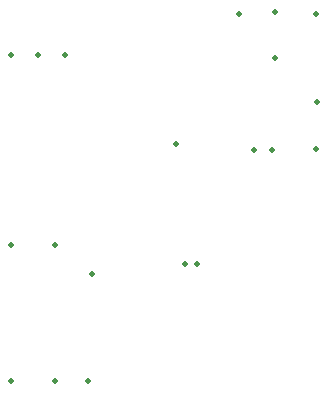
<source format=gbr>
%FSTAX23Y23*%
%MOMM*%
%SFA1B1*%

%IPPOS*%
%ADD37C,0.499999*%
%LNflightstick_buttonpanelv3r_capping-1*%
%LPD*%
G54D37*
X09906Y22317D03*
X13435Y18549D03*
X08128Y14478D03*
X09683Y14543D03*
X13409Y14569D03*
X13383Y26043D03*
X06883D03*
X09906Y26162D03*
X-12471Y22579D03*
X-10185D03*
X01524Y14986D03*
X02286Y04826D03*
X03302D03*
X-07899Y22579D03*
X-12419Y06485D03*
X-08719D03*
X-12419Y-05013D03*
X-08719D03*
X-05919D03*
X-05613Y04037D03*
M02*
</source>
